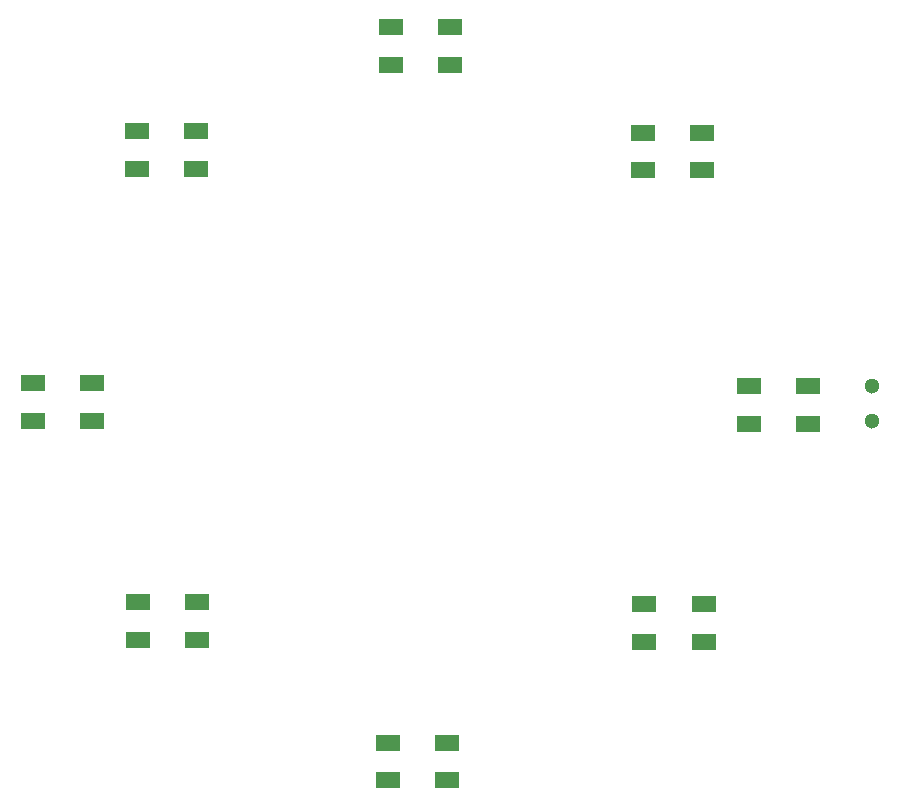
<source format=gbr>
G04 #@! TF.GenerationSoftware,KiCad,Pcbnew,5.0.0-rc2-dev-unknown-952aa7a~63~ubuntu16.04.1*
G04 #@! TF.CreationDate,2018-03-29T23:45:57+02:00*
G04 #@! TF.ProjectId,ripolab_pcb,7269706F6C61625F7063622E6B696361,rev?*
G04 #@! TF.SameCoordinates,Original*
G04 #@! TF.FileFunction,Soldermask,Top*
G04 #@! TF.FilePolarity,Negative*
%FSLAX46Y46*%
G04 Gerber Fmt 4.6, Leading zero omitted, Abs format (unit mm)*
G04 Created by KiCad (PCBNEW 5.0.0-rc2-dev-unknown-952aa7a~63~ubuntu16.04.1) date Thu Mar 29 23:45:57 2018*
%MOMM*%
%LPD*%
G01*
G04 APERTURE LIST*
%ADD10R,2.000000X1.400000*%
%ADD11C,1.300000*%
G04 APERTURE END LIST*
D10*
X144700000Y-64780000D03*
X144700000Y-67980000D03*
X149700000Y-64780000D03*
X149700000Y-67980000D03*
X128250000Y-76780000D03*
X128250000Y-73580000D03*
X123250000Y-76780000D03*
X123250000Y-73580000D03*
X114450000Y-94920000D03*
X114450000Y-98120000D03*
X119450000Y-94920000D03*
X119450000Y-98120000D03*
X128350000Y-116680000D03*
X128350000Y-113480000D03*
X123350000Y-116680000D03*
X123350000Y-113480000D03*
X144500000Y-125380000D03*
X144500000Y-128580000D03*
X149500000Y-125380000D03*
X149500000Y-128580000D03*
X171200000Y-116830000D03*
X171200000Y-113630000D03*
X166200000Y-116830000D03*
X166200000Y-113630000D03*
X175050000Y-95180000D03*
X175050000Y-98380000D03*
X180050000Y-95180000D03*
X180050000Y-98380000D03*
D11*
X185480000Y-95180000D03*
X185480000Y-98180000D03*
D10*
X166100000Y-73730000D03*
X166100000Y-76930000D03*
X171100000Y-73730000D03*
X171100000Y-76930000D03*
M02*

</source>
